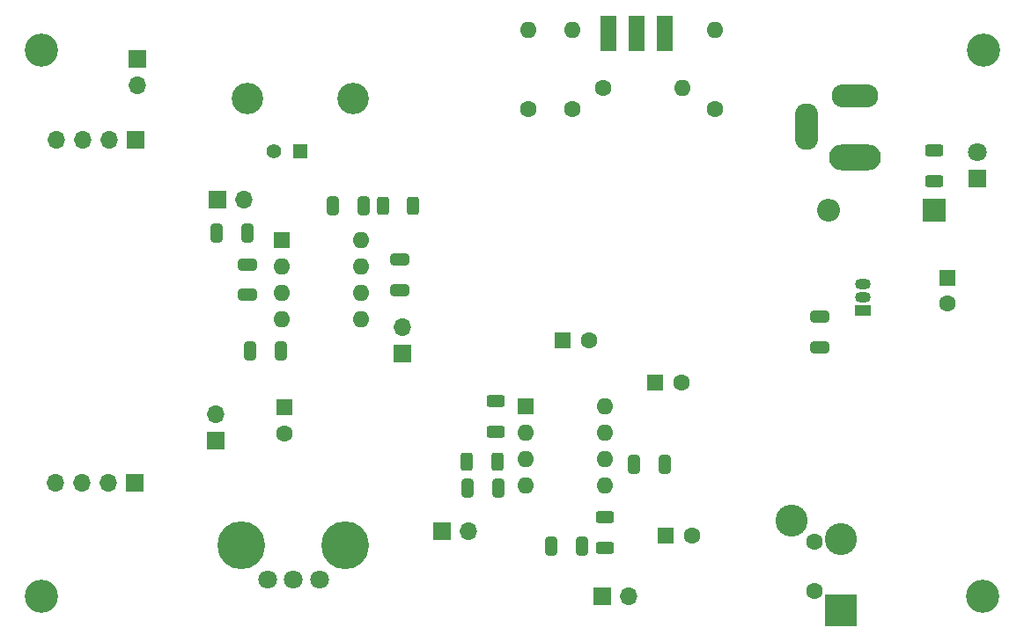
<source format=gbr>
%TF.GenerationSoftware,KiCad,Pcbnew,(6.0.7)*%
%TF.CreationDate,2024-07-22T14:21:26-04:00*%
%TF.ProjectId,DCR v2,44435220-7632-42e6-9b69-6361645f7063,rev?*%
%TF.SameCoordinates,Original*%
%TF.FileFunction,Soldermask,Top*%
%TF.FilePolarity,Negative*%
%FSLAX46Y46*%
G04 Gerber Fmt 4.6, Leading zero omitted, Abs format (unit mm)*
G04 Created by KiCad (PCBNEW (6.0.7)) date 2024-07-22 14:21:26*
%MOMM*%
%LPD*%
G01*
G04 APERTURE LIST*
G04 Aperture macros list*
%AMRoundRect*
0 Rectangle with rounded corners*
0 $1 Rounding radius*
0 $2 $3 $4 $5 $6 $7 $8 $9 X,Y pos of 4 corners*
0 Add a 4 corners polygon primitive as box body*
4,1,4,$2,$3,$4,$5,$6,$7,$8,$9,$2,$3,0*
0 Add four circle primitives for the rounded corners*
1,1,$1+$1,$2,$3*
1,1,$1+$1,$4,$5*
1,1,$1+$1,$6,$7*
1,1,$1+$1,$8,$9*
0 Add four rect primitives between the rounded corners*
20,1,$1+$1,$2,$3,$4,$5,0*
20,1,$1+$1,$4,$5,$6,$7,0*
20,1,$1+$1,$6,$7,$8,$9,0*
20,1,$1+$1,$8,$9,$2,$3,0*%
G04 Aperture macros list end*
%ADD10R,1.500000X1.050000*%
%ADD11O,1.500000X1.050000*%
%ADD12R,1.700000X1.700000*%
%ADD13O,1.700000X1.700000*%
%ADD14R,1.600000X1.600000*%
%ADD15C,1.600000*%
%ADD16RoundRect,0.250000X-0.325000X-0.650000X0.325000X-0.650000X0.325000X0.650000X-0.325000X0.650000X0*%
%ADD17O,5.000000X2.500000*%
%ADD18O,4.500000X2.250000*%
%ADD19O,2.250000X4.500000*%
%ADD20RoundRect,0.250000X-0.625000X0.312500X-0.625000X-0.312500X0.625000X-0.312500X0.625000X0.312500X0*%
%ADD21O,1.600000X1.600000*%
%ADD22RoundRect,0.250000X-0.650000X0.325000X-0.650000X-0.325000X0.650000X-0.325000X0.650000X0.325000X0*%
%ADD23C,3.200000*%
%ADD24RoundRect,0.250000X0.625000X-0.312500X0.625000X0.312500X-0.625000X0.312500X-0.625000X-0.312500X0*%
%ADD25RoundRect,0.250000X0.325000X0.650000X-0.325000X0.650000X-0.325000X-0.650000X0.325000X-0.650000X0*%
%ADD26C,4.600000*%
%ADD27C,1.800000*%
%ADD28R,1.398000X1.398000*%
%ADD29C,1.398000*%
%ADD30C,3.015000*%
%ADD31R,3.092000X3.092000*%
%ADD32C,3.092000*%
%ADD33RoundRect,0.250000X0.650000X-0.325000X0.650000X0.325000X-0.650000X0.325000X-0.650000X-0.325000X0*%
%ADD34RoundRect,0.250000X-0.312500X-0.625000X0.312500X-0.625000X0.312500X0.625000X-0.312500X0.625000X0*%
%ADD35R,1.500000X3.500000*%
%ADD36R,1.800000X1.800000*%
%ADD37R,2.200000X2.200000*%
%ADD38O,2.200000X2.200000*%
%ADD39RoundRect,0.250000X0.312500X0.625000X-0.312500X0.625000X-0.312500X-0.625000X0.312500X-0.625000X0*%
G04 APERTURE END LIST*
D10*
%TO.C,U3*%
X181229000Y-80391000D03*
D11*
X181229000Y-79121000D03*
X181229000Y-77851000D03*
%TD*%
D12*
%TO.C,J10*%
X140716000Y-101600000D03*
D13*
X143256000Y-101600000D03*
%TD*%
D14*
%TO.C,C7*%
X189333500Y-77240349D03*
D15*
X189333500Y-79740349D03*
%TD*%
D14*
%TO.C,C11*%
X161216500Y-87302500D03*
D15*
X163716500Y-87302500D03*
%TD*%
D16*
%TO.C,C8*%
X119060700Y-72936100D03*
X122010700Y-72936100D03*
%TD*%
D17*
%TO.C,J4*%
X180443500Y-65693000D03*
D18*
X180443500Y-59693000D03*
D19*
X175743500Y-62693000D03*
%TD*%
D20*
%TO.C,R7*%
X145859151Y-89142000D03*
X145859151Y-92067000D03*
%TD*%
D15*
%TO.C,R4*%
X156210000Y-58928000D03*
D21*
X163830000Y-58928000D03*
%TD*%
D15*
%TO.C,R9*%
X149034500Y-60960000D03*
D21*
X149034500Y-53340000D03*
%TD*%
D22*
%TO.C,C2*%
X122018900Y-75941500D03*
X122018900Y-78891500D03*
%TD*%
D23*
%TO.C,H4*%
X192786000Y-55308500D03*
%TD*%
%TO.C,H3*%
X192722500Y-107886500D03*
%TD*%
D14*
%TO.C,U4*%
X148780500Y-89598500D03*
D21*
X148780500Y-92138500D03*
X148780500Y-94678500D03*
X148780500Y-97218500D03*
X156400500Y-97218500D03*
X156400500Y-94678500D03*
X156400500Y-92138500D03*
X156400500Y-89598500D03*
%TD*%
D23*
%TO.C,H2*%
X102171500Y-107886500D03*
%TD*%
D12*
%TO.C,J6*%
X136906000Y-84518500D03*
D13*
X136906000Y-81978500D03*
%TD*%
D24*
%TO.C,R8*%
X156390500Y-103243000D03*
X156390500Y-100318000D03*
%TD*%
D14*
%TO.C,C15*%
X162232500Y-102034500D03*
D15*
X164732500Y-102034500D03*
%TD*%
D12*
%TO.C,J7*%
X118999000Y-92905500D03*
D13*
X118999000Y-90365500D03*
%TD*%
D22*
%TO.C,C6*%
X136652000Y-75487000D03*
X136652000Y-78437000D03*
%TD*%
D25*
%TO.C,C4*%
X146113151Y-97462500D03*
X143163151Y-97462500D03*
%TD*%
D23*
%TO.C,H1*%
X102171500Y-55308500D03*
%TD*%
D25*
%TO.C,C5*%
X133158400Y-70304500D03*
X130208400Y-70304500D03*
%TD*%
D26*
%TO.C,RV1*%
X121453500Y-102986000D03*
X131453500Y-102986000D03*
D27*
X123953500Y-106286000D03*
X126453500Y-106286000D03*
X128953500Y-106286000D03*
%TD*%
D28*
%TO.C,J1*%
X127114300Y-65089000D03*
D29*
X124574300Y-65089000D03*
D30*
X122034300Y-60009000D03*
X132194300Y-60009000D03*
%TD*%
D15*
%TO.C,J5*%
X176570500Y-102685500D03*
X176570500Y-107385500D03*
D31*
X179070500Y-109285500D03*
D32*
X179070500Y-102385500D03*
X174370500Y-100585500D03*
%TD*%
D15*
%TO.C,R3*%
X153225500Y-60960000D03*
D21*
X153225500Y-53340000D03*
%TD*%
D33*
%TO.C,C10*%
X177038000Y-83947000D03*
X177038000Y-80997000D03*
%TD*%
D34*
%TO.C,R1*%
X143126651Y-94922500D03*
X146051651Y-94922500D03*
%TD*%
D14*
%TO.C,C3*%
X125564900Y-89715849D03*
D15*
X125564900Y-92215849D03*
%TD*%
D14*
%TO.C,U2*%
X125320900Y-73606500D03*
D21*
X125320900Y-76146500D03*
X125320900Y-78686500D03*
X125320900Y-81226500D03*
X132940900Y-81226500D03*
X132940900Y-78686500D03*
X132940900Y-76146500D03*
X132940900Y-73606500D03*
%TD*%
D35*
%TO.C,J3*%
X159448500Y-53685000D03*
X162148500Y-53685000D03*
X156748500Y-53685000D03*
%TD*%
D25*
%TO.C,C14*%
X154192151Y-103050500D03*
X151242151Y-103050500D03*
%TD*%
D36*
%TO.C,D1*%
X192163700Y-67703700D03*
D27*
X192163700Y-65163700D03*
%TD*%
D37*
%TO.C,D2*%
X188063500Y-70773000D03*
D38*
X177903500Y-70773000D03*
%TD*%
D16*
%TO.C,C13*%
X159194500Y-95186500D03*
X162144500Y-95186500D03*
%TD*%
D12*
%TO.C,J9*%
X156141500Y-107886500D03*
D13*
X158681500Y-107886500D03*
%TD*%
D25*
%TO.C,C1*%
X125261900Y-84264500D03*
X122311900Y-84264500D03*
%TD*%
D14*
%TO.C,C12*%
X152326500Y-83238500D03*
D15*
X154826500Y-83238500D03*
%TD*%
%TO.C,R5*%
X167005000Y-60960000D03*
D21*
X167005000Y-53340000D03*
%TD*%
D24*
%TO.C,R6*%
X188063500Y-67917500D03*
X188063500Y-64992500D03*
%TD*%
D12*
%TO.C,U1*%
X111259900Y-63944500D03*
D13*
X108719900Y-63944500D03*
X106179900Y-63944500D03*
X103639900Y-63944500D03*
X103593900Y-96964500D03*
X106133900Y-96964500D03*
X108673900Y-96964500D03*
D12*
X111213900Y-96964500D03*
%TD*%
%TO.C,J8*%
X111442500Y-56129000D03*
D13*
X111442500Y-58669000D03*
%TD*%
D12*
%TO.C,J2*%
X119121000Y-69723000D03*
D13*
X121661000Y-69723000D03*
%TD*%
D39*
%TO.C,R2*%
X137959400Y-70304500D03*
X135034400Y-70304500D03*
%TD*%
M02*

</source>
